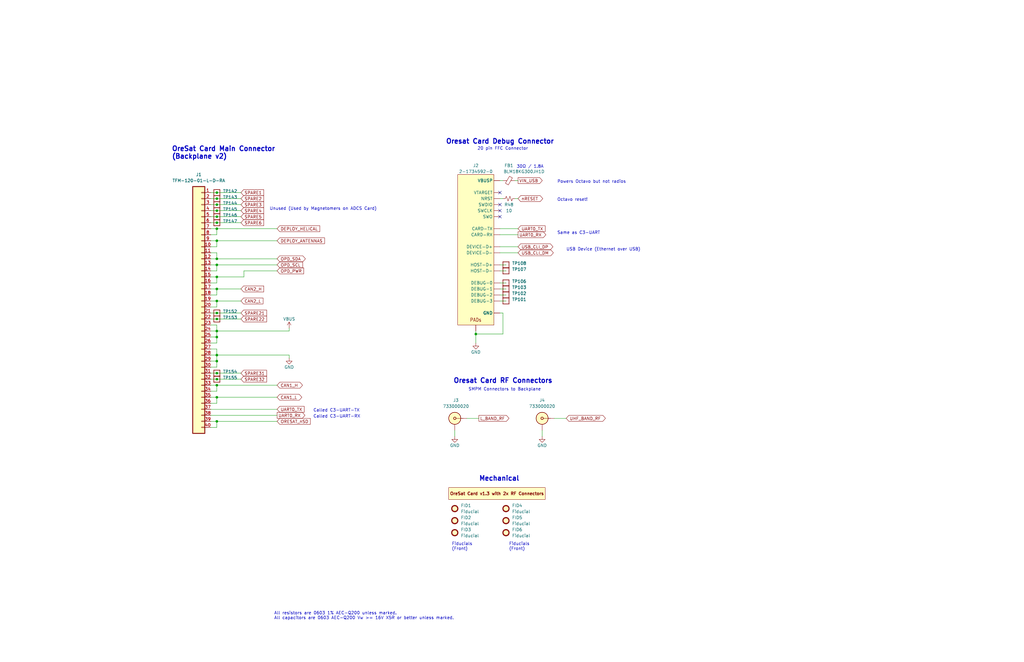
<source format=kicad_sch>
(kicad_sch (version 20230121) (generator eeschema)
  (paper "USLedger")
  (title_block (title "OreSat C3: Connectors") (date "2023-05-29") (rev "6.1"))
  (lib_symbols
    (symbol "Device:FerriteBead_Small" (pin_numbers hide) (pin_names (offset 0))
      (property "Reference" "FB" (at 1.905 1.27 0))
      (property "Value" "FerriteBead_Small" (at 1.905 -1.27 0))
      (symbol "FerriteBead_Small_0_1"
        (polyline (pts (xy 0 -1.27) (xy 0 -0.7874)))
        (polyline (pts (xy 0 0.889) (xy 0 1.2954)))
        (polyline (pts (xy -1.8288 0.2794) (xy -1.1176 1.4986) (xy 1.8288 -0.2032) (xy 1.1176 -1.4224) (xy -1.8288 0.2794)))
      )
      (symbol "FerriteBead_Small_1_1"
        (pin passive line (at 0 2.54 270) (length 1.27) (name "~") (number "1"))
        (pin passive line (at 0 -2.54 90) (length 1.27) (name "~") (number "2"))
      )
    )
    (symbol "Device:R_Small_US" (pin_numbers hide) (pin_names (offset 0.254) hide)
      (property "Reference" "R" (at 0.762 0.508 0))
      (property "Value" "R_Small_US" (at 0.762 -1.016 0))
      (symbol "R_Small_US_1_1"
        (polyline (pts (xy 0 0) (xy 1.016 -0.381) (xy 0 -0.762) (xy -1.016 -1.143) (xy 0 -1.524)))
        (polyline (pts (xy 0 1.524) (xy 1.016 1.143) (xy 0 0.762) (xy -1.016 0.381) (xy 0 0)))
        (pin passive line (at 0 2.54 270) (length 1.016) (name "~") (number "1"))
        (pin passive line (at 0 -2.54 90) (length 1.016) (name "~") (number "2"))
      )
    )
    (symbol "Mechanical:Fiducial"
      (property "Reference" "FID" (at 0 5.08 0))
      (property "Value" "Fiducial" (at 0 3.175 0))
      (symbol "Fiducial_0_1"
        (circle (center 0 0) (radius 1.27) (stroke (width 0.508)) (fill (type background)))
      )
    )
    (symbol "oresat-connectors:J-MOLEX-SMPM-73300-002X"
      (property "Reference" "J" (at 5.08 -3.81 0))
      (property "Value" "733000020" (at 5.08 -6.35 0))
      (symbol "J-MOLEX-SMPM-73300-002X_1_0"
        (polyline (pts (xy 0.508 0) (xy 3.556 0)) (stroke (width 0.1524)))
        (circle (center 0 0) (radius 0.508) (stroke (width 0.254)))
        (circle (center 0 0) (radius 2.54) (stroke (width 0.254)) (fill (type background)))
        (pin passive line (at 0 -5.08 90) (length 2.54) (name "SHLD") (number "SHLD"))
        (pin passive line (at 5.08 0 180) (length 2.54) (name "SIG") (number "SIG"))
      )
    )
    (symbol "oresat-connectors:J-SAMTEC-TFM-120-01-L-D-RA" (pin_names hide)
      (property "Reference" "J" (at 0 54.61 0))
      (property "Value" "J-SAMTEC-TFM-120-01-L-D-RA" (at 0 52.07 0))
      (symbol "J-SAMTEC-TFM-120-01-L-D-RA_0_1"
        (rectangle (start 2.413 -50.673) (end 1.143 -50.927) (stroke (width 0.1524)))
        (rectangle (start 2.413 -48.133) (end 1.143 -48.387) (stroke (width 0.1524)))
        (rectangle (start 2.413 -45.593) (end 1.143 -45.847) (stroke (width 0.1524)))
        (rectangle (start 2.413 -43.053) (end 1.143 -43.307) (stroke (width 0.1524)))
        (rectangle (start 2.413 -40.513) (end 1.143 -40.767) (stroke (width 0.1524)))
        (rectangle (start 2.413 -37.973) (end 1.143 -38.227) (stroke (width 0.1524)))
        (rectangle (start 2.413 -35.433) (end 1.143 -35.687) (stroke (width 0.1524)))
        (rectangle (start 2.413 -32.893) (end 1.143 -33.147) (stroke (width 0.1524)))
        (rectangle (start 2.413 -30.353) (end 1.143 -30.607) (stroke (width 0.1524)))
        (rectangle (start 2.413 -27.813) (end 1.143 -28.067) (stroke (width 0.1524)))
        (rectangle (start 2.413 -25.273) (end 1.143 -25.527) (stroke (width 0.1524)))
        (rectangle (start 2.413 -22.733) (end 1.143 -22.987) (stroke (width 0.1524)))
        (rectangle (start 2.413 -20.193) (end 1.143 -20.447) (stroke (width 0.1524)))
        (rectangle (start 2.413 -17.653) (end 1.143 -17.907) (stroke (width 0.1524)))
        (rectangle (start 2.413 -15.113) (end 1.143 -15.367) (stroke (width 0.1524)))
        (rectangle (start 2.413 -12.573) (end 1.143 -12.827) (stroke (width 0.1524)))
        (rectangle (start 2.413 -10.033) (end 1.143 -10.287) (stroke (width 0.1524)))
        (rectangle (start 2.413 -7.493) (end 1.143 -7.747) (stroke (width 0.1524)))
        (rectangle (start 2.413 -4.953) (end 1.143 -5.207) (stroke (width 0.1524)))
        (rectangle (start 2.413 -2.413) (end 1.143 -2.667) (stroke (width 0.1524)))
        (rectangle (start 2.413 0.127) (end 1.143 -0.127) (stroke (width 0.1524)))
        (rectangle (start 2.413 2.667) (end 1.143 2.413) (stroke (width 0.1524)))
        (rectangle (start 2.413 5.207) (end 1.143 4.953) (stroke (width 0.1524)))
        (rectangle (start 2.413 7.747) (end 1.143 7.493) (stroke (width 0.1524)))
        (rectangle (start 2.413 10.287) (end 1.143 10.033) (stroke (width 0.1524)))
        (rectangle (start 2.413 12.827) (end 1.143 12.573) (stroke (width 0.1524)))
        (rectangle (start 2.413 15.367) (end 1.143 15.113) (stroke (width 0.1524)))
        (rectangle (start 2.413 17.907) (end 1.143 17.653) (stroke (width 0.1524)))
        (rectangle (start 2.413 20.447) (end 1.143 20.193) (stroke (width 0.1524)))
        (rectangle (start 2.413 22.987) (end 1.143 22.733) (stroke (width 0.1524)))
        (rectangle (start 2.413 25.527) (end 1.143 25.273) (stroke (width 0.1524)))
        (rectangle (start 2.413 28.067) (end 1.143 27.813) (stroke (width 0.1524)))
        (rectangle (start 2.413 30.607) (end 1.143 30.353) (stroke (width 0.1524)))
        (rectangle (start 2.413 33.147) (end 1.143 32.893) (stroke (width 0.1524)))
        (rectangle (start 2.413 35.687) (end 1.143 35.433) (stroke (width 0.1524)))
        (rectangle (start 2.413 38.227) (end 1.143 37.973) (stroke (width 0.1524)))
        (rectangle (start 2.413 40.767) (end 1.143 40.513) (stroke (width 0.1524)))
        (rectangle (start 2.413 43.307) (end 1.143 43.053) (stroke (width 0.1524)))
        (rectangle (start 2.413 45.847) (end 1.143 45.593) (stroke (width 0.1524)))
        (rectangle (start 2.413 48.387) (end 1.143 48.133) (stroke (width 0.1524)))
      )
      (symbol "J-SAMTEC-TFM-120-01-L-D-RA_1_1"
        (rectangle (start -2.54 50.8) (end 2.54 -53.34) (stroke (width 0.4)) (fill (type background)))
        (pin passive line (at 5.08 48.26 180) (length 2.54) (name "") (number "1"))
        (pin passive line (at 5.08 25.4 180) (length 2.54) (name "") (number "10"))
        (pin passive line (at 5.08 22.86 180) (length 2.54) (name "") (number "11"))
        (pin passive line (at 5.08 20.32 180) (length 2.54) (name "") (number "12"))
        (pin passive line (at 5.08 17.78 180) (length 2.54) (name "") (number "13"))
        (pin passive line (at 5.08 15.24 180) (length 2.54) (name "") (number "14"))
        (pin passive line (at 5.08 12.7 180) (length 2.54) (name "") (number "15"))
        (pin passive line (at 5.08 10.16 180) (length 2.54) (name "") (number "16"))
        (pin passive line (at 5.08 7.62 180) (length 2.54) (name "") (number "17"))
        (pin passive line (at 5.08 5.08 180) (length 2.54) (name "") (number "18"))
        (pin passive line (at 5.08 2.54 180) (length 2.54) (name "") (number "19"))
        (pin passive line (at 5.08 45.72 180) (length 2.54) (name "") (number "2"))
        (pin passive line (at 5.08 0 180) (length 2.54) (name "") (number "20"))
        (pin passive line (at 5.08 -2.54 180) (length 2.54) (name "") (number "21"))
        (pin passive line (at 5.08 -5.08 180) (length 2.54) (name "") (number "22"))
        (pin passive line (at 5.08 -7.62 180) (length 2.54) (name "") (number "23"))
        (pin passive line (at 5.08 -10.16 180) (length 2.54) (name "") (number "24"))
        (pin passive line (at 5.08 -12.7 180) (length 2.54) (name "") (number "25"))
        (pin passive line (at 5.08 -15.24 180) (length 2.54) (name "") (number "26"))
        (pin passive line (at 5.08 -17.78 180) (length 2.54) (name "") (number "27"))
        (pin passive line (at 5.08 -20.32 180) (length 2.54) (name "") (number "28"))
        (pin passive line (at 5.08 -22.86 180) (length 2.54) (name "") (number "29"))
        (pin passive line (at 5.08 43.18 180) (length 2.54) (name "") (number "3"))
        (pin passive line (at 5.08 -25.4 180) (length 2.54) (name "") (number "30"))
        (pin passive line (at 5.08 -27.94 180) (length 2.54) (name "") (number "31"))
        (pin passive line (at 5.08 -30.48 180) (length 2.54) (name "") (number "32"))
        (pin passive line (at 5.08 -33.02 180) (length 2.54) (name "") (number "33"))
        (pin passive line (at 5.08 -35.56 180) (length 2.54) (name "") (number "34"))
        (pin passive line (at 5.08 -38.1 180) (length 2.54) (name "") (number "35"))
        (pin passive line (at 5.08 -40.64 180) (length 2.54) (name "") (number "36"))
        (pin passive line (at 5.08 -43.18 180) (length 2.54) (name "") (number "37"))
        (pin passive line (at 5.08 -45.72 180) (length 2.54) (name "") (number "38"))
        (pin passive line (at 5.08 -48.26 180) (length 2.54) (name "") (number "39"))
        (pin passive line (at 5.08 40.64 180) (length 2.54) (name "") (number "4"))
        (pin passive line (at 5.08 -50.8 180) (length 2.54) (name "") (number "40"))
        (pin passive line (at 5.08 38.1 180) (length 2.54) (name "") (number "5"))
        (pin passive line (at 5.08 35.56 180) (length 2.54) (name "") (number "6"))
        (pin passive line (at 5.08 33.02 180) (length 2.54) (name "") (number "7"))
        (pin passive line (at 5.08 30.48 180) (length 2.54) (name "") (number "8"))
        (pin passive line (at 5.08 27.94 180) (length 2.54) (name "") (number "9"))
      )
    )
    (symbol "oresat-connectors:J-TE-2-1734592-0"
      (property "Reference" "J" (at 0 35.56 0))
      (property "Value" "2-1734592-0" (at 0 33.02 0))
      (symbol "J-TE-2-1734592-0_0_1"
        (rectangle (start -7.62 30.48) (end 7.62 -33.02) (fill (type background)))
      )
      (symbol "J-TE-2-1734592-0_1_0"
        (text "PADs" (at -2.54 -31.75 0) (effects (font (size 1.524 1.2954)) (justify left bottom)))
        (pin passive line (at 10.16 27.94 180) (length 2.54) (name "VBUSP") (number "1"))
        (pin passive line (at 10.16 20.32 180) (length 2.54) (name "NRST") (number "10"))
        (pin passive line (at 10.16 22.86 180) (length 2.54) (name "VTARGET") (number "11"))
        (pin passive line (at 10.16 5.08 180) (length 2.54) (name "CARD-RX") (number "12"))
        (pin passive line (at 10.16 7.62 180) (length 2.54) (name "CARD-TX") (number "13"))
        (pin passive line (at 10.16 17.78 180) (length 2.54) (name "SWDIO") (number "14"))
        (pin passive line (at 10.16 15.24 180) (length 2.54) (name "SWCLK") (number "15"))
        (pin passive line (at 10.16 12.7 180) (length 2.54) (name "SWO") (number "16"))
        (pin passive line (at 10.16 -15.24 180) (length 2.54) (name "DEBUG-0") (number "17"))
        (pin passive line (at 10.16 -17.78 180) (length 2.54) (name "DEBUG-1") (number "18"))
        (pin passive line (at 10.16 -20.32 180) (length 2.54) (name "DEBUG-2") (number "19"))
        (pin passive line (at 10.16 27.94 180) (length 2.54) (name "VBUSP") (number "2"))
        (pin passive line (at 10.16 -22.86 180) (length 2.54) (name "DEBUG-3") (number "20"))
        (pin passive line (at 10.16 -27.94 180) (length 2.54) (name "GND") (number "3"))
        (pin passive line (at 10.16 0 180) (length 2.54) (name "DEVICE-D+") (number "4"))
        (pin passive line (at 10.16 -2.54 180) (length 2.54) (name "DEVICE-D-") (number "5"))
        (pin passive line (at 10.16 -27.94 180) (length 2.54) (name "GND") (number "6"))
        (pin passive line (at 10.16 -7.62 180) (length 2.54) (name "HOST-D+") (number "7"))
        (pin passive line (at 10.16 -10.16 180) (length 2.54) (name "HOST-D-") (number "8"))
        (pin passive line (at 10.16 -27.94 180) (length 2.54) (name "GND") (number "9"))
        (pin passive line (at 0 -35.56 90) (length 2.54) (name "PAD") (number "PAD1"))
        (pin passive line (at 0 -35.56 90) (length 2.54) (name "PAD") (number "PAD2"))
      )
    )
    (symbol "oresat-misc:Test-Point-1mm-round"
      (property "Reference" "TP" (at 0 2.54 0))
      (symbol "Test-Point-1mm-round_1_0"
        (polyline (pts (xy -1.27 -1.27) (xy -1.27 1.27)) (stroke (width 0.254)))
        (polyline (pts (xy -1.27 1.27) (xy 1.27 1.27)) (stroke (width 0.254)))
        (polyline (pts (xy 1.27 -1.27) (xy -1.27 -1.27)) (stroke (width 0.254)))
        (polyline (pts (xy 1.27 1.27) (xy 1.27 -1.27)) (stroke (width 0.254)))
        (pin passive line (at 0 0 0) (length 0) (name "1") (number "1"))
      )
    )
    (symbol "oresat-pcbs:ORESAT-CARD-V1.3-2RF-RIGHT"
      (symbol "ORESAT-CARD-V1.3-2RF-RIGHT_1_0"
        (rectangle (start -20.32 2.54) (end 20.32 -2.54) (fill (type background)))
        (text "OreSat Card v1.3 with 2x RF Connectors" (at 0 0 0) (effects (font (size 1.27 1.27) bold)))
      )
    )
    (symbol "power:GND" (power) (pin_names (offset 0))
      (property "Value" "GND" (at 0 -3.81 0))
      (symbol "GND_0_1"
        (polyline (pts (xy 0 0) (xy 0 -1.27) (xy 1.27 -1.27) (xy 0 -2.54) (xy -1.27 -1.27) (xy 0 -1.27)))
      )
      (symbol "GND_1_1"
        (pin power_in line (at 0 0 270) (length 0) hide (name "GND") (number "1"))
      )
    )
    (symbol "power:VBUS" (power) (pin_names (offset 0))
      (property "Value" "VBUS" (at 0 3.81 0))
      (symbol "VBUS_0_1"
        (polyline (pts (xy -0.762 1.27) (xy 0 2.54)))
        (polyline (pts (xy 0 0) (xy 0 2.54)))
        (polyline (pts (xy 0 2.54) (xy 0.762 1.27)))
      )
      (symbol "VBUS_1_1"
        (pin power_in line (at 0 0 90) (length 0) hide (name "VBUS") (number "1"))
      )
    )
  )
  (junction (at 91.44 111.76))
  (junction (at 91.44 121.92))
  (junction (at 91.44 160.02))
  (junction (at 91.44 177.8))
  (junction (at 91.44 88.9))
  (junction (at 91.44 91.44))
  (junction (at 91.44 134.62))
  (junction (at 91.44 139.7))
  (junction (at 91.44 86.36))
  (junction (at 200.66 140.97))
  (junction (at 91.44 109.22))
  (junction (at 91.44 81.28))
  (junction (at 91.44 83.82))
  (junction (at 91.44 127))
  (junction (at 91.44 101.6))
  (junction (at 91.44 93.98))
  (junction (at 91.44 116.84))
  (junction (at 91.44 149.86))
  (junction (at 91.44 96.52))
  (junction (at 91.44 162.56))
  (junction (at 91.44 132.08))
  (junction (at 91.44 167.64))
  (junction (at 91.44 157.48))
  (junction (at 91.44 152.4))
  (junction (at 91.44 142.24))
  (no_connect (at 210.82 81.28))
  (no_connect (at 210.82 86.36))
  (no_connect (at 210.82 88.9))
  (no_connect (at 210.82 91.44))
  (wire (pts (xy 88.9 134.62) (xy 91.44 134.62)))
  (wire (pts (xy 88.9 111.76) (xy 91.44 111.76)))
  (wire (pts (xy 88.9 109.22) (xy 91.44 109.22)))
  (wire (pts (xy 88.9 93.98) (xy 91.44 93.98)))
  (wire (pts (xy 91.44 137.16) (xy 91.44 139.7)))
  (wire (pts (xy 210.82 114.3) (xy 213.36 114.3)))
  (wire (pts (xy 91.44 121.92) (xy 101.6 121.92)))
  (wire (pts (xy 210.82 132.08) (xy 212.09 132.08)))
  (wire (pts (xy 91.44 139.7) (xy 121.92 139.7)))
  (wire (pts (xy 91.44 129.54) (xy 91.44 127)))
  (wire (pts (xy 91.44 109.22) (xy 116.84 109.22)))
  (wire (pts (xy 88.9 129.54) (xy 91.44 129.54)))
  (wire (pts (xy 88.9 91.44) (xy 91.44 91.44)))
  (wire (pts (xy 88.9 175.26) (xy 116.84 175.26)))
  (wire (pts (xy 91.44 149.86) (xy 121.92 149.86)))
  (wire (pts (xy 91.44 99.06) (xy 91.44 96.52)))
  (wire (pts (xy 210.82 121.92) (xy 213.36 121.92)))
  (wire (pts (xy 91.44 165.1) (xy 91.44 162.56)))
  (wire (pts (xy 88.9 137.16) (xy 91.44 137.16)))
  (wire (pts (xy 88.9 119.38) (xy 91.44 119.38)))
  (wire (pts (xy 217.17 83.82) (xy 218.44 83.82)))
  (wire (pts (xy 91.44 111.76) (xy 116.84 111.76)))
  (wire (pts (xy 91.44 170.18) (xy 91.44 167.64)))
  (wire (pts (xy 88.9 170.18) (xy 91.44 170.18)))
  (wire (pts (xy 218.44 106.68) (xy 210.82 106.68)))
  (wire (pts (xy 88.9 149.86) (xy 91.44 149.86)))
  (wire (pts (xy 91.44 81.28) (xy 101.6 81.28)))
  (wire (pts (xy 102.87 114.3) (xy 116.84 114.3)))
  (wire (pts (xy 88.9 83.82) (xy 91.44 83.82)))
  (wire (pts (xy 91.44 160.02) (xy 101.6 160.02)))
  (wire (pts (xy 88.9 167.64) (xy 91.44 167.64)))
  (wire (pts (xy 200.66 140.97) (xy 200.66 144.78)))
  (wire (pts (xy 121.92 151.13) (xy 121.92 149.86)))
  (wire (pts (xy 91.44 144.78) (xy 91.44 142.24)))
  (wire (pts (xy 210.82 124.46) (xy 213.36 124.46)))
  (wire (pts (xy 91.44 142.24) (xy 88.9 142.24)))
  (wire (pts (xy 233.68 176.53) (xy 238.76 176.53)))
  (wire (pts (xy 196.85 176.53) (xy 201.93 176.53)))
  (wire (pts (xy 91.44 91.44) (xy 101.6 91.44)))
  (wire (pts (xy 91.44 167.64) (xy 116.84 167.64)))
  (wire (pts (xy 91.44 83.82) (xy 101.6 83.82)))
  (wire (pts (xy 88.9 132.08) (xy 91.44 132.08)))
  (wire (pts (xy 88.9 147.32) (xy 91.44 147.32)))
  (wire (pts (xy 228.6 181.61) (xy 228.6 184.15)))
  (wire (pts (xy 88.9 96.52) (xy 91.44 96.52)))
  (wire (pts (xy 88.9 86.36) (xy 91.44 86.36)))
  (wire (pts (xy 91.44 147.32) (xy 91.44 149.86)))
  (wire (pts (xy 88.9 172.72) (xy 116.84 172.72)))
  (wire (pts (xy 88.9 104.14) (xy 91.44 104.14)))
  (wire (pts (xy 91.44 127) (xy 101.6 127)))
  (wire (pts (xy 91.44 86.36) (xy 101.6 86.36)))
  (wire (pts (xy 210.82 83.82) (xy 212.09 83.82)))
  (wire (pts (xy 91.44 177.8) (xy 91.44 180.34)))
  (wire (pts (xy 91.44 139.7) (xy 91.44 142.24)))
  (wire (pts (xy 91.44 152.4) (xy 88.9 152.4)))
  (wire (pts (xy 88.9 139.7) (xy 91.44 139.7)))
  (wire (pts (xy 91.44 134.62) (xy 101.6 134.62)))
  (wire (pts (xy 218.44 99.06) (xy 210.82 99.06)))
  (wire (pts (xy 91.44 157.48) (xy 101.6 157.48)))
  (wire (pts (xy 88.9 165.1) (xy 91.44 165.1)))
  (wire (pts (xy 91.44 149.86) (xy 91.44 152.4)))
  (wire (pts (xy 88.9 127) (xy 91.44 127)))
  (wire (pts (xy 91.44 104.14) (xy 91.44 101.6)))
  (wire (pts (xy 88.9 101.6) (xy 91.44 101.6)))
  (wire (pts (xy 91.44 106.68) (xy 91.44 109.22)))
  (wire (pts (xy 88.9 180.34) (xy 91.44 180.34)))
  (wire (pts (xy 91.44 132.08) (xy 101.6 132.08)))
  (wire (pts (xy 88.9 114.3) (xy 91.44 114.3)))
  (wire (pts (xy 212.09 132.08) (xy 212.09 140.97)))
  (wire (pts (xy 91.44 101.6) (xy 116.84 101.6)))
  (wire (pts (xy 88.9 160.02) (xy 91.44 160.02)))
  (wire (pts (xy 88.9 157.48) (xy 91.44 157.48)))
  (wire (pts (xy 91.44 114.3) (xy 91.44 111.76)))
  (wire (pts (xy 91.44 124.46) (xy 91.44 121.92)))
  (wire (pts (xy 88.9 121.92) (xy 91.44 121.92)))
  (wire (pts (xy 88.9 81.28) (xy 91.44 81.28)))
  (wire (pts (xy 218.44 104.14) (xy 210.82 104.14)))
  (wire (pts (xy 88.9 144.78) (xy 91.44 144.78)))
  (wire (pts (xy 88.9 106.68) (xy 91.44 106.68)))
  (wire (pts (xy 88.9 154.94) (xy 91.44 154.94)))
  (wire (pts (xy 212.09 76.2) (xy 210.82 76.2)))
  (wire (pts (xy 218.44 96.52) (xy 210.82 96.52)))
  (wire (pts (xy 91.44 96.52) (xy 116.84 96.52)))
  (wire (pts (xy 210.82 127) (xy 213.36 127)))
  (wire (pts (xy 88.9 124.46) (xy 91.44 124.46)))
  (wire (pts (xy 200.66 140.97) (xy 200.66 139.7)))
  (wire (pts (xy 91.44 88.9) (xy 101.6 88.9)))
  (wire (pts (xy 91.44 93.98) (xy 101.6 93.98)))
  (wire (pts (xy 121.92 139.7) (xy 121.92 138.43)))
  (wire (pts (xy 88.9 88.9) (xy 91.44 88.9)))
  (wire (pts (xy 91.44 162.56) (xy 116.84 162.56)))
  (wire (pts (xy 88.9 116.84) (xy 91.44 116.84)))
  (wire (pts (xy 88.9 177.8) (xy 91.44 177.8)))
  (wire (pts (xy 88.9 99.06) (xy 91.44 99.06)))
  (wire (pts (xy 210.82 119.38) (xy 213.36 119.38)))
  (wire (pts (xy 102.87 116.84) (xy 102.87 114.3)))
  (wire (pts (xy 91.44 177.8) (xy 116.84 177.8)))
  (wire (pts (xy 191.77 181.61) (xy 191.77 184.15)))
  (wire (pts (xy 91.44 119.38) (xy 91.44 116.84)))
  (wire (pts (xy 212.09 140.97) (xy 200.66 140.97)))
  (wire (pts (xy 91.44 154.94) (xy 91.44 152.4)))
  (wire (pts (xy 88.9 162.56) (xy 91.44 162.56)))
  (wire (pts (xy 213.36 111.76) (xy 210.82 111.76)))
  (wire (pts (xy 91.44 116.84) (xy 102.87 116.84)))
  (wire (pts (xy 218.44 76.2) (xy 217.17 76.2)))
  (text "Oresat Card RF Connectors" (at 191.135 161.925 0) (effects (font (size 2 2) (thickness 0.4) bold) (justify left bottom)))
  (text "20 pin FFC Connector" (at 201.295 63.5 0) (effects (font (size 1.27 1.27)) (justify left bottom)))
  (text "30Ω / 1.8A" (at 217.805 71.12 0) (effects (font (size 1.27 1.27)) (justify left bottom)))
  (text "USB Device (Ethernet over USB)" (at 238.76 106.045 0) (effects (font (size 1.27 1.27)) (justify left bottom)))
  (text "OreSat Card Main Connector\n(Backplane v2)" (at 72.39 67.31 0) (effects (font (size 2 2) (thickness 0.4) bold) (justify left bottom)))
  (text "Fiducials\n(Front)" (at 190.5 232.41 0) (effects (font (size 1.27 1.27)) (justify left bottom)))
  (text "Mechanical" (at 201.93 203.2 0) (effects (font (size 2 2) (thickness 0.4) bold) (justify left bottom)))
  (text "Called C3-UART-TX" (at 132.08 173.99 0) (effects (font (size 1.27 1.27)) (justify left bottom)))
  (text "Oresat Card Debug Connector" (at 187.96 60.96 0) (effects (font (size 2 2) (thickness 0.4) bold) (justify left bottom)))
  (text "Fiducials\n(Front)" (at 214.63 232.41 0) (effects (font (size 1.27 1.27)) (justify left bottom)))
  (text "Unused (Used by Magnetomers on ADCS Card)" (at 113.665 88.9 0) (effects (font (size 1.27 1.27)) (justify left bottom)))
  (text "SMPM Connectors to Backplane" (at 197.485 165.1 0) (effects (font (size 1.27 1.27)) (justify left bottom)))
  (text "Powers Octavo but not radios" (at 234.95 77.47 0) (effects (font (size 1.27 1.27)) (justify left bottom)))
  (text "Octavo reset!" (at 234.95 85.09 0) (effects (font (size 1.27 1.27)) (justify left bottom)))
  (text "Called C3-UART-RX" (at 132.08 176.53 0) (effects (font (size 1.27 1.27)) (justify left bottom)))
  (text "All resistors are 0603 1% AEC-Q200 unless marked.\nAll capacitors are 0603 AEC-Q200 Vw >= 16V X5R or better unless marked." (at 115.57 261.62 0) (effects (font (size 1.27 1.27)) (justify left bottom)))
  (text "Same as C3-UART" (at 234.95 99.06 0) (effects (font (size 1.27 1.27)) (justify left bottom)))
  (global_label "SPARE2" (shape input) (at 101.6 83.82 0) (property "Intersheetrefs" "${INTERSHEET_REFS}" (at 111.2098 83.7406 0) (effects (justify left))))
  (global_label "SPARE1" (shape input) (at 101.6 81.28 0) (property "Intersheetrefs" "${INTERSHEET_REFS}" (at 111.2098 81.2006 0) (effects (justify left))))
  (global_label "UART0_TX" (shape input) (at 218.44 96.52 0) (property "Intersheetrefs" "${INTERSHEET_REFS}" (at 230.3567 96.52 0) (effects (justify left))))
  (global_label "SPARE6" (shape input) (at 101.6 93.98 0) (property "Intersheetrefs" "${INTERSHEET_REFS}" (at 111.2098 93.9006 0) (effects (justify left))))
  (global_label "SPARE31" (shape input) (at 101.6 157.48 0) (property "Intersheetrefs" "${INTERSHEET_REFS}" (at 112.4193 157.4006 0) (effects (justify left))))
  (global_label "UART0_RX" (shape output) (at 218.44 99.06 0) (property "Intersheetrefs" "${INTERSHEET_REFS}" (at 230.6591 99.06 0) (effects (justify left))))
  (global_label "CAN2_L" (shape input) (at 101.6 127 0) (property "Intersheetrefs" "${INTERSHEET_REFS}" (at 110.9074 126.9206 0) (effects (justify left))))
  (global_label "USB_CLI_DM" (shape bidirectional) (at 218.44 106.68 0) (property "Intersheetrefs" "${INTERSHEET_REFS}" (at 233.8266 106.68 0) (effects (justify left))))
  (global_label "SPARE32" (shape input) (at 101.6 160.02 0) (property "Intersheetrefs" "${INTERSHEET_REFS}" (at 112.4193 159.9406 0) (effects (justify left))))
  (global_label "VIN_USB" (shape output) (at 218.44 76.2 0) (property "Intersheetrefs" "${INTERSHEET_REFS}" (at 229.1473 76.2 0) (effects (justify left))))
  (global_label "UHF_BAND_RF" (shape bidirectional) (at 238.76 176.53 0) (property "Intersheetrefs" "${INTERSHEET_REFS}" (at 255.7796 176.53 0) (effects (justify left))))
  (global_label "SPARE4" (shape input) (at 101.6 88.9 0) (property "Intersheetrefs" "${INTERSHEET_REFS}" (at 111.2098 88.8206 0) (effects (justify left))))
  (global_label "nRESET" (shape bidirectional) (at 218.44 83.82 0) (property "Intersheetrefs" "${INTERSHEET_REFS}" (at 229.3512 83.82 0) (effects (justify left))))
  (global_label "SPARE5" (shape input) (at 101.6 91.44 0) (property "Intersheetrefs" "${INTERSHEET_REFS}" (at 111.2098 91.3606 0) (effects (justify left))))
  (global_label "SPARE22" (shape input) (at 101.6 134.62 0) (property "Intersheetrefs" "${INTERSHEET_REFS}" (at 112.4193 134.5406 0) (effects (justify left))))
  (global_label "CAN1_L" (shape bidirectional) (at 116.84 167.64 0) (property "Intersheetrefs" "${INTERSHEET_REFS}" (at 127.7514 167.64 0) (effects (justify left))))
  (global_label "UART0_TX" (shape input) (at 116.84 172.72 0) (property "Intersheetrefs" "${INTERSHEET_REFS}" (at 128.7567 172.72 0) (effects (justify left))))
  (global_label "OPD_PWR" (shape input) (at 116.84 114.3 0) (property "Intersheetrefs" "${INTERSHEET_REFS}" (at 128.0826 114.2206 0) (effects (justify left))))
  (global_label "SPARE21" (shape input) (at 101.6 132.08 0) (property "Intersheetrefs" "${INTERSHEET_REFS}" (at 112.4193 132.0006 0) (effects (justify left))))
  (global_label "OPD_SDA" (shape bidirectional) (at 116.84 109.22 0) (property "Intersheetrefs" "${INTERSHEET_REFS}" (at 129.2633 109.22 0) (effects (justify left))))
  (global_label "ORESAT_nSD" (shape input) (at 116.84 177.8 0) (property "Intersheetrefs" "${INTERSHEET_REFS}" (at 131.3571 177.8 0) (effects (justify left))))
  (global_label "CAN1_H" (shape bidirectional) (at 116.84 162.56 0) (property "Intersheetrefs" "${INTERSHEET_REFS}" (at 128.0538 162.56 0) (effects (justify left))))
  (global_label "OPD_SCL" (shape input) (at 116.84 111.76 0) (property "Intersheetrefs" "${INTERSHEET_REFS}" (at 128.0915 111.76 0) (effects (justify left))))
  (global_label "USB_CLI_DP" (shape bidirectional) (at 218.44 104.14 0) (property "Intersheetrefs" "${INTERSHEET_REFS}" (at 233.6452 104.14 0) (effects (justify left))))
  (global_label "UART0_RX" (shape output) (at 116.84 175.26 0) (property "Intersheetrefs" "${INTERSHEET_REFS}" (at 129.0591 175.26 0) (effects (justify left))))
  (global_label "L_BAND_RF" (shape output) (at 201.93 176.53 0) (property "Intersheetrefs" "${INTERSHEET_REFS}" (at 215.1168 176.53 0) (effects (justify left))))
  (global_label "DEPLOY_ANTENNAS" (shape input) (at 116.84 101.6 0) (property "Intersheetrefs" "${INTERSHEET_REFS}" (at 137.3444 101.6 0) (effects (justify left))))
  (global_label "SPARE3" (shape input) (at 101.6 86.36 0) (property "Intersheetrefs" "${INTERSHEET_REFS}" (at 111.2098 86.2806 0) (effects (justify left))))
  (global_label "CAN2_H" (shape input) (at 101.6 121.92 0) (property "Intersheetrefs" "${INTERSHEET_REFS}" (at 111.2098 121.8406 0) (effects (justify left))))
  (global_label "DEPLOY_HELICAL" (shape input) (at 116.84 96.52 0) (property "Intersheetrefs" "${INTERSHEET_REFS}" (at 135.3487 96.52 0) (effects (justify left))))
  (symbol (lib_id "Mechanical:Fiducial") (at 213.36 214.63 0) (unit 1)
    (property "Reference" "FID4" (at 215.9 213.36 0) (effects (justify left)))
    (property "Value" "Fiducial" (at 215.9 215.9 0) (effects (justify left)))
    (property "Footprint" "Fiducial:Fiducial_1mm_Mask2mm" (effects hide))
  )
  (symbol (lib_id "oresat-misc:Test-Point-1mm-round") (at 91.44 93.98 270) (unit 1)
    (property "Reference" "TP147" (at 93.98 93.345 90) (effects (justify left)))
    (property "Value" "Test-Point" (effects hide))
    (property "Footprint" "oresat-misc:TestPoint_Pad_D1.0mm" (effects hide))
  )
  (symbol (lib_id "oresat-misc:Test-Point-1mm-round") (at 91.44 88.9 270) (unit 1)
    (property "Reference" "TP145" (at 93.98 88.265 90) (effects (justify left)))
    (property "Value" "Test-Point" (effects hide))
    (property "Footprint" "oresat-misc:TestPoint_Pad_D1.0mm" (effects hide))
  )
  (symbol (lib_id "Mechanical:Fiducial") (at 191.77 219.71 0) (unit 1)
    (property "Reference" "FID2" (at 194.31 218.44 0) (effects (justify left)))
    (property "Value" "Fiducial" (at 194.31 220.98 0) (effects (justify left)))
    (property "Footprint" "Fiducial:Fiducial_1mm_Mask2mm" (effects hide))
  )
  (symbol (lib_id "oresat-connectors:J-TE-2-1734592-0") (at 200.66 104.14 0) (unit 1)
    (property "Reference" "J2" (at 200.66 69.85 0))
    (property "Value" "2-1734592-0" (at 200.66 72.39 0))
    (property "Footprint" "oresat-connectors:J-TE-2-1734592-0" (effects hide))
    (property "Datasheet" "https://www.te.com/usa-en/product-2-1734592-0.datasheet.pdf" (effects hide))
  )
  (symbol (lib_id "Mechanical:Fiducial") (at 213.36 224.79 0) (unit 1)
    (property "Reference" "FID6" (at 215.9 223.52 0) (effects (justify left)))
    (property "Value" "Fiducial" (at 215.9 226.06 0) (effects (justify left)))
    (property "Footprint" "Fiducial:Fiducial_1mm_Mask2mm" (effects hide))
  )
  (symbol (lib_id "oresat-misc:Test-Point-1mm-round") (at 91.44 86.36 270) (unit 1)
    (property "Reference" "TP144" (at 93.98 85.725 90) (effects (justify left)))
    (property "Value" "Test-Point" (effects hide))
    (property "Footprint" "oresat-misc:TestPoint_Pad_D1.0mm" (effects hide))
  )
  (symbol (lib_id "oresat-connectors:J-MOLEX-SMPM-73300-002X") (at 191.77 176.53 0) (unit 1)
    (property "Reference" "J3" (at 192.2526 168.91 0))
    (property "Value" "733000020" (at 192.2526 171.45 0))
    (property "Footprint" "oresat-connectors:J-MOLEX-SMPM-073300-002X" (effects hide))
    (property "Datasheet" "https://tools.molex.com/pdm_docs/sd/733000020_sd.pdf" (effects hide))
  )
  (symbol (lib_id "oresat-misc:Test-Point-1mm-round") (at 91.44 83.82 270) (unit 1)
    (property "Reference" "TP143" (at 93.98 83.185 90) (effects (justify left)))
    (property "Value" "Test-Point" (effects hide))
    (property "Footprint" "oresat-misc:TestPoint_Pad_D1.0mm" (effects hide))
  )
  (symbol (lib_id "oresat-misc:Test-Point-1mm-round") (at 213.36 124.46 270) (unit 1)
    (property "Reference" "TP102" (at 215.9 123.825 90) (effects (justify left)))
    (property "Value" "Test-Point" (effects hide))
    (property "Footprint" "oresat-misc:TestPoint_Pad_D1.0mm" (effects hide))
  )
  (symbol (lib_id "Device:R_Small_US") (at 214.63 83.82 90) (unit 1)
    (property "Reference" "R48" (at 214.63 86.36 90))
    (property "Value" "10" (at 214.63 88.9 90))
    (property "Footprint" "Resistor_SMD:R_0603_1608Metric" (effects hide))
  )
  (symbol (lib_id "Mechanical:Fiducial") (at 213.36 219.71 0) (unit 1)
    (property "Reference" "FID5" (at 215.9 218.44 0) (effects (justify left)))
    (property "Value" "Fiducial" (at 215.9 220.98 0) (effects (justify left)))
    (property "Footprint" "Fiducial:Fiducial_1mm_Mask2mm" (effects hide))
  )
  (symbol (lib_id "oresat-misc:Test-Point-1mm-round") (at 213.36 114.3 270) (unit 1)
    (property "Reference" "TP107" (at 215.9 113.665 90) (effects (justify left)))
    (property "Value" "Test-Point" (effects hide))
    (property "Footprint" "oresat-misc:TestPoint_Pad_D1.0mm" (effects hide))
  )
  (symbol (lib_id "oresat-misc:Test-Point-1mm-round") (at 213.36 121.92 270) (unit 1)
    (property "Reference" "TP103" (at 215.9 121.285 90) (effects (justify left)))
    (property "Value" "Test-Point" (effects hide))
    (property "Footprint" "oresat-misc:TestPoint_Pad_D1.0mm" (effects hide))
  )
  (symbol (lib_id "oresat-misc:Test-Point-1mm-round") (at 213.36 119.38 270) (unit 1)
    (property "Reference" "TP106" (at 215.9 118.745 90) (effects (justify left)))
    (property "Value" "Test-Point" (effects hide))
    (property "Footprint" "oresat-misc:TestPoint_Pad_D1.0mm" (effects hide))
  )
  (symbol (lib_id "oresat-misc:Test-Point-1mm-round") (at 91.44 157.48 270) (unit 1)
    (property "Reference" "TP154" (at 93.98 156.845 90) (effects (justify left)))
    (property "Value" "Test-Point" (effects hide))
    (property "Footprint" "oresat-misc:TestPoint_Pad_D1.0mm" (effects hide))
  )
  (symbol (lib_id "Mechanical:Fiducial") (at 191.77 214.63 0) (unit 1)
    (property "Reference" "FID1" (at 194.31 213.36 0) (effects (justify left)))
    (property "Value" "Fiducial" (at 194.31 215.9 0) (effects (justify left)))
    (property "Footprint" "Fiducial:Fiducial_1mm_Mask2mm" (effects hide))
  )
  (symbol (lib_id "oresat-pcbs:ORESAT-CARD-V1.3-2RF-RIGHT") (at 209.55 208.28 0) (unit 1)
    (property "Reference" "PCB1" (effects hide))
    (property "Value" "ORESAT-CARD-V1.3-GENERIC-1RF-POS2" (effects hide))
    (property "Footprint" "oresat-pcbs:ORESAT-CARD-V1.3-2RF-RIGHT" (effects hide))
  )
  (symbol (lib_id "oresat-misc:Test-Point-1mm-round") (at 91.44 91.44 270) (unit 1)
    (property "Reference" "TP146" (at 93.98 90.805 90) (effects (justify left)))
    (property "Value" "Test-Point" (effects hide))
    (property "Footprint" "oresat-misc:TestPoint_Pad_D1.0mm" (effects hide))
  )
  (symbol (lib_id "oresat-connectors:J-MOLEX-SMPM-73300-002X") (at 228.6 176.53 0) (unit 1)
    (property "Reference" "J4" (at 228.6 168.91 0))
    (property "Value" "733000020" (at 228.6 171.45 0))
    (property "Footprint" "oresat-connectors:J-MOLEX-SMPM-073300-002X" (effects hide))
    (property "Datasheet" "https://tools.molex.com/pdm_docs/sd/733000020_sd.pdf" (effects hide))
  )
  (symbol (lib_id "oresat-connectors:J-SAMTEC-TFM-120-01-L-D-RA") (at 83.82 129.54 0) (unit 1)
    (property "Reference" "J1" (at 83.82 73.66 0))
    (property "Value" "TFM-120-01-L-D-RA" (at 83.82 76.2 0))
    (property "Footprint" "oresat-connectors:J-SAMTEC-TFM-120-X1-XXX-D-RA" (effects hide))
    (property "Datasheet" "https://suddendocs.samtec.com/catalog_english/tfm.pdf" (effects hide))
  )
  (symbol (lib_id "power:GND") (at 121.92 151.13 0) (unit 1)
    (property "Reference" "#PWR0102" (effects hide))
    (property "Value" "GND" (at 121.92 154.94 0))
  )
  (symbol (lib_id "Device:FerriteBead_Small") (at 214.63 76.2 90) (unit 1)
    (property "Reference" "FB1" (at 214.5919 69.85 90))
    (property "Value" "BLM18KG300JH1D" (at 220.98 72.39 90))
    (property "Footprint" "Inductor_SMD:L_0603_1608Metric" (effects hide))
  )
  (symbol (lib_id "power:GND") (at 228.6 184.15 0) (unit 1)
    (property "Reference" "#PWR0103" (effects hide))
    (property "Value" "GND" (at 228.6 187.96 0))
  )
  (symbol (lib_id "power:VBUS") (at 121.92 138.43 0) (unit 1)
    (property "Reference" "#PWR07" (effects hide))
    (property "Value" "VBUS" (at 121.92 134.62 0))
  )
  (symbol (lib_id "oresat-misc:Test-Point-1mm-round") (at 91.44 134.62 270) (unit 1)
    (property "Reference" "TP153" (at 93.98 133.985 90) (effects (justify left)))
    (property "Value" "Test-Point" (effects hide))
    (property "Footprint" "oresat-misc:TestPoint_Pad_D1.0mm" (effects hide))
  )
  (symbol (lib_id "power:GND") (at 200.66 144.78 0) (unit 1)
    (property "Reference" "#PWR0101" (effects hide))
    (property "Value" "GND" (at 200.66 148.59 0))
  )
  (symbol (lib_id "oresat-misc:Test-Point-1mm-round") (at 91.44 81.28 270) (unit 1)
    (property "Reference" "TP142" (at 93.98 80.645 90) (effects (justify left)))
    (property "Value" "Test-Point" (effects hide))
    (property "Footprint" "oresat-misc:TestPoint_Pad_D1.0mm" (effects hide))
  )
  (symbol (lib_id "oresat-misc:Test-Point-1mm-round") (at 91.44 132.08 270) (unit 1)
    (property "Reference" "TP152" (at 93.98 131.445 90) (effects (justify left)))
    (property "Value" "Test-Point" (effects hide))
    (property "Footprint" "oresat-misc:TestPoint_Pad_D1.0mm" (effects hide))
  )
  (symbol (lib_id "oresat-misc:Test-Point-1mm-round") (at 91.44 160.02 270) (unit 1)
    (property "Reference" "TP155" (at 93.98 159.385 90) (effects (justify left)))
    (property "Value" "Test-Point" (effects hide))
    (property "Footprint" "oresat-misc:TestPoint_Pad_D1.0mm" (effects hide))
  )
  (symbol (lib_id "oresat-misc:Test-Point-1mm-round") (at 213.36 111.76 270) (unit 1)
    (property "Reference" "TP108" (at 215.9 111.125 90) (effects (justify left)))
    (property "Value" "Test-Point" (effects hide))
    (property "Footprint" "oresat-misc:TestPoint_Pad_D1.0mm" (effects hide))
  )
  (symbol (lib_id "Mechanical:Fiducial") (at 191.77 224.79 0) (unit 1)
    (property "Reference" "FID3" (at 194.31 223.52 0) (effects (justify left)))
    (property "Value" "Fiducial" (at 194.31 226.06 0) (effects (justify left)))
    (property "Footprint" "Fiducial:Fiducial_1mm_Mask2mm" (effects hide))
  )
  (symbol (lib_id "power:GND") (at 191.77 184.15 0) (unit 1)
    (property "Reference" "#PWR0104" (effects hide))
    (property "Value" "GND" (at 191.77 187.96 0))
  )
  (symbol (lib_id "oresat-misc:Test-Point-1mm-round") (at 213.36 127 270) (unit 1)
    (property "Reference" "TP101" (at 215.9 126.365 90) (effects (justify left)))
    (property "Value" "Test-Point" (effects hide))
    (property "Footprint" "oresat-misc:TestPoint_Pad_D1.0mm" (effects hide))
  )
)
</source>
